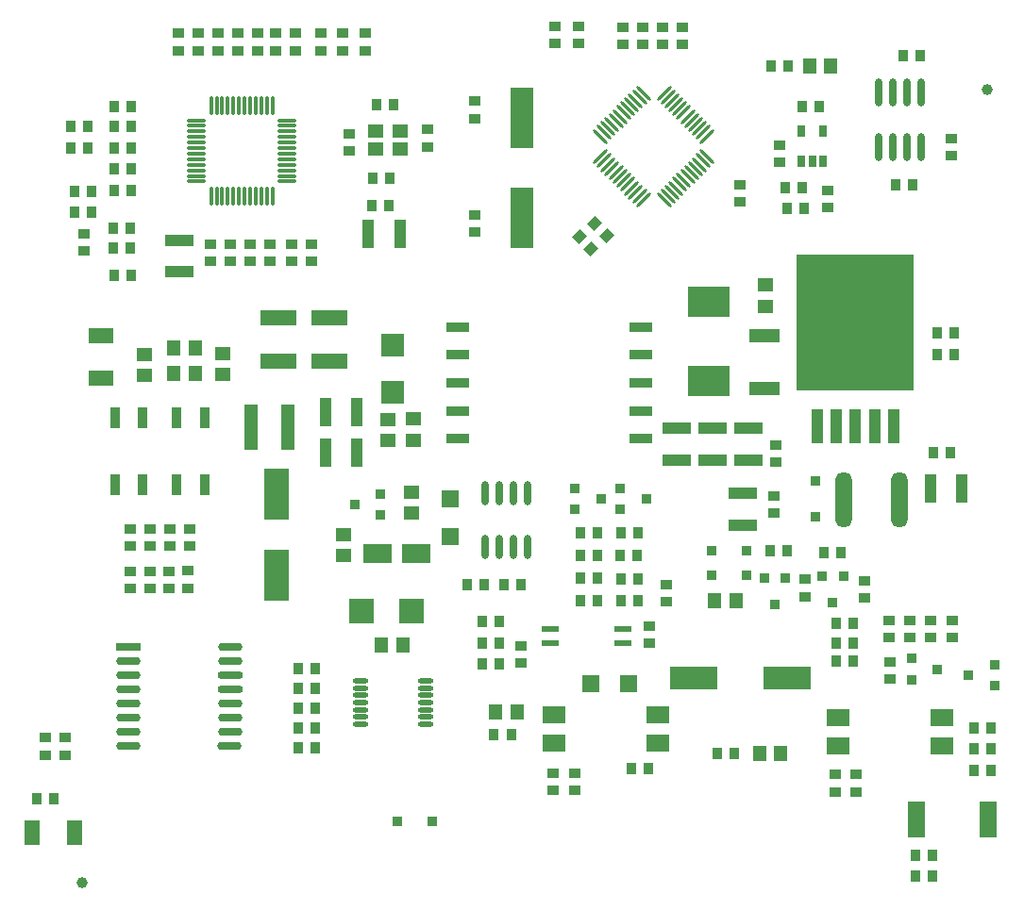
<source format=gtp>
%FSLAX25Y25*%
%MOIN*%
G70*
G01*
G75*
G04 Layer_Color=8421504*
%ADD10R,0.03858X0.03661*%
%ADD11R,0.03661X0.03858*%
%ADD12R,0.16732X0.08465*%
%ADD13C,0.03937*%
G04:AMPARAMS|DCode=14|XSize=36.61mil|YSize=38.58mil|CornerRadius=0mil|HoleSize=0mil|Usage=FLASHONLY|Rotation=135.000|XOffset=0mil|YOffset=0mil|HoleType=Round|Shape=Rectangle|*
%AMROTATEDRECTD14*
4,1,4,0.02659,0.00070,-0.00070,-0.02659,-0.02659,-0.00070,0.00070,0.02659,0.02659,0.00070,0.0*
%
%ADD14ROTATEDRECTD14*%

%ADD15R,0.05512X0.09055*%
%ADD16R,0.10236X0.04331*%
%ADD17R,0.04331X0.10236*%
%ADD18R,0.12992X0.05512*%
%ADD19R,0.09055X0.05512*%
%ADD20R,0.09055X0.17913*%
%ADD21R,0.10433X0.07087*%
%ADD22R,0.03543X0.03740*%
%ADD23R,0.03543X0.07480*%
%ADD24R,0.07874X0.07874*%
%ADD25R,0.03740X0.03543*%
%ADD26R,0.15000X0.11000*%
%ADD27R,0.09055X0.09055*%
%ADD28R,0.03740X0.03543*%
%ADD29O,0.05906X0.19685*%
%ADD30R,0.05118X0.16142*%
%ADD31O,0.02362X0.08661*%
%ADD32R,0.07874X0.05906*%
%ADD33R,0.03543X0.03740*%
%ADD34R,0.10512X0.04724*%
%ADD35R,0.06299X0.05984*%
%ADD36R,0.06496X0.12598*%
%ADD37O,0.08661X0.02992*%
%ADD38O,0.09055X0.02992*%
%ADD39R,0.08661X0.02992*%
%ADD40O,0.02756X0.09843*%
G04:AMPARAMS|DCode=41|XSize=11.81mil|YSize=70.87mil|CornerRadius=0mil|HoleSize=0mil|Usage=FLASHONLY|Rotation=45.000|XOffset=0mil|YOffset=0mil|HoleType=Round|Shape=Round|*
%AMOVALD41*
21,1,0.05906,0.01181,0.00000,0.00000,135.0*
1,1,0.01181,0.02088,-0.02088*
1,1,0.01181,-0.02088,0.02088*
%
%ADD41OVALD41*%

G04:AMPARAMS|DCode=42|XSize=11.81mil|YSize=70.87mil|CornerRadius=0mil|HoleSize=0mil|Usage=FLASHONLY|Rotation=135.000|XOffset=0mil|YOffset=0mil|HoleType=Round|Shape=Round|*
%AMOVALD42*
21,1,0.05906,0.01181,0.00000,0.00000,225.0*
1,1,0.01181,0.02088,0.02088*
1,1,0.01181,-0.02088,-0.02088*
%
%ADD42OVALD42*%

%ADD43R,0.02559X0.04331*%
%ADD44O,0.01102X0.07087*%
%ADD45O,0.07087X0.01102*%
%ADD46R,0.04200X0.12000*%
%ADD47R,0.41400X0.47937*%
%ADD48O,0.05512X0.01772*%
%ADD49R,0.05906X0.02362*%
%ADD50R,0.07874X0.21654*%
%ADD51R,0.05512X0.04528*%
%ADD52R,0.05984X0.06299*%
%ADD53R,0.05787X0.04567*%
%ADD54R,0.04567X0.05787*%
%ADD55R,0.07874X0.03543*%
%ADD56C,0.01000*%
%ADD57C,0.01500*%
%ADD58C,0.02000*%
%ADD59C,0.04000*%
%ADD60C,0.00600*%
%ADD61C,0.01200*%
%ADD62C,0.03000*%
%ADD63C,0.00800*%
%ADD64R,0.01000X0.00800*%
G04:AMPARAMS|DCode=65|XSize=13.36mil|YSize=26.49mil|CornerRadius=0mil|HoleSize=0mil|Usage=FLASHONLY|Rotation=135.000|XOffset=0mil|YOffset=0mil|HoleType=Round|Shape=Rectangle|*
%AMROTATEDRECTD65*
4,1,4,0.01409,0.00464,-0.00464,-0.01409,-0.01409,-0.00464,0.00464,0.01409,0.01409,0.00464,0.0*
%
%ADD65ROTATEDRECTD65*%

%ADD66R,0.03686X0.04230*%
%ADD67R,0.03177X0.02803*%
%ADD68R,0.01500X0.01100*%
%ADD69R,0.06600X0.06300*%
%ADD70R,0.20400X0.05400*%
%ADD71R,0.00700X0.00900*%
%ADD72R,0.00700X0.01200*%
%ADD73R,0.01300X0.01390*%
%ADD74R,0.00480X0.00900*%
%ADD75R,0.00972X0.01439*%
%ADD76C,0.06200*%
%ADD77C,0.12795*%
%ADD78C,0.05118*%
%ADD79C,0.09449*%
%ADD80R,0.09843X0.09843*%
%ADD81C,0.05906*%
%ADD82R,0.05906X0.05906*%
%ADD83C,0.13780*%
%ADD84C,0.02362*%
%ADD85C,0.02400*%
%ADD86R,0.27559X0.27559*%
%ADD87R,0.12400X0.11000*%
%ADD88R,0.08800X0.09800*%
%ADD89R,0.09700X0.04100*%
%ADD90R,0.37400X0.20000*%
%ADD91R,0.22151X0.21657*%
%ADD92C,0.00591*%
%ADD93C,0.00787*%
%ADD94C,0.00394*%
%ADD95C,0.00984*%
%ADD96C,0.01575*%
%ADD97C,0.02756*%
%ADD98C,0.01181*%
%ADD99C,0.02362*%
%ADD100C,0.00500*%
%ADD101C,0.00197*%
%ADD102C,0.00598*%
%ADD103R,0.01378X0.09055*%
D10*
X1121831Y521263D02*
D03*
Y527326D02*
D03*
X1099831Y512726D02*
D03*
Y506663D02*
D03*
X1121231Y691563D02*
D03*
Y697626D02*
D03*
X989731Y737326D02*
D03*
Y731263D02*
D03*
X1046831Y675363D02*
D03*
Y681426D02*
D03*
X981231Y737326D02*
D03*
Y731263D02*
D03*
X953131Y704763D02*
D03*
Y710826D02*
D03*
X953160Y670625D02*
D03*
Y664562D02*
D03*
X859731Y660326D02*
D03*
Y654263D02*
D03*
X866731Y660326D02*
D03*
Y654263D02*
D03*
X880731Y660326D02*
D03*
Y654263D02*
D03*
X831331Y544726D02*
D03*
Y538663D02*
D03*
X838331Y544726D02*
D03*
Y538663D02*
D03*
X851831Y544826D02*
D03*
Y538763D02*
D03*
X845131Y544726D02*
D03*
Y538663D02*
D03*
X1058731Y565263D02*
D03*
Y571326D02*
D03*
X936431Y700826D02*
D03*
Y694763D02*
D03*
X815131Y664126D02*
D03*
Y658063D02*
D03*
X888231Y660326D02*
D03*
Y654263D02*
D03*
X873731Y660326D02*
D03*
Y654263D02*
D03*
X1059331Y583263D02*
D03*
Y589326D02*
D03*
X1087731Y472826D02*
D03*
Y466763D02*
D03*
X980731Y473326D02*
D03*
Y467263D02*
D03*
X1080231Y472826D02*
D03*
Y466763D02*
D03*
X988231Y473326D02*
D03*
Y467263D02*
D03*
X1114131Y527426D02*
D03*
Y521363D02*
D03*
X1106731Y527326D02*
D03*
Y521263D02*
D03*
X1099231Y521263D02*
D03*
Y527326D02*
D03*
X1012221Y737101D02*
D03*
Y731038D02*
D03*
X1005221Y737101D02*
D03*
Y731038D02*
D03*
X1019321Y737001D02*
D03*
Y730938D02*
D03*
X1026321Y737001D02*
D03*
Y730938D02*
D03*
X1060732Y689370D02*
D03*
Y695433D02*
D03*
X1077732Y673338D02*
D03*
Y679401D02*
D03*
X801231Y479763D02*
D03*
Y485826D02*
D03*
X808231Y479763D02*
D03*
Y485826D02*
D03*
X831331Y553663D02*
D03*
Y559726D02*
D03*
X838331Y553663D02*
D03*
Y559726D02*
D03*
X852331Y553663D02*
D03*
Y559726D02*
D03*
X845331Y553663D02*
D03*
Y559726D02*
D03*
X862231Y728763D02*
D03*
Y734826D02*
D03*
X1020631Y540026D02*
D03*
Y533963D02*
D03*
X1014731Y525326D02*
D03*
Y519263D02*
D03*
X969200Y518326D02*
D03*
Y512263D02*
D03*
X855231Y728763D02*
D03*
Y734826D02*
D03*
X848231Y728763D02*
D03*
Y734826D02*
D03*
X898731Y728763D02*
D03*
Y734826D02*
D03*
X889731Y728763D02*
D03*
Y734826D02*
D03*
X882731Y728763D02*
D03*
Y734826D02*
D03*
X876231Y728763D02*
D03*
Y734826D02*
D03*
X869231Y728763D02*
D03*
Y734826D02*
D03*
X906231Y728763D02*
D03*
Y734826D02*
D03*
X914231Y728763D02*
D03*
Y734826D02*
D03*
X908831Y693363D02*
D03*
Y699426D02*
D03*
X895231Y654263D02*
D03*
Y660326D02*
D03*
X1069731Y535763D02*
D03*
Y541826D02*
D03*
X1090731Y535263D02*
D03*
Y541326D02*
D03*
D11*
X965863Y486795D02*
D03*
X959800D02*
D03*
X1086763Y526295D02*
D03*
X1080700D02*
D03*
X1068763Y680370D02*
D03*
X1062700D02*
D03*
X1074763Y708870D02*
D03*
X1068700D02*
D03*
X831763Y649295D02*
D03*
X825700D02*
D03*
X831263Y665795D02*
D03*
X825200D02*
D03*
X831763Y694295D02*
D03*
X825700D02*
D03*
X1114900Y586524D02*
D03*
X1120963D02*
D03*
X804263Y464295D02*
D03*
X798200D02*
D03*
X961731Y526795D02*
D03*
X955668D02*
D03*
X961731Y519295D02*
D03*
X955668D02*
D03*
X1010763Y541795D02*
D03*
X1004700D02*
D03*
X1010763Y534295D02*
D03*
X1004700D02*
D03*
X810200Y694295D02*
D03*
X816263D02*
D03*
X1010263Y550295D02*
D03*
X1004200D02*
D03*
X831731Y679295D02*
D03*
X825668D02*
D03*
X831731Y686795D02*
D03*
X825668D02*
D03*
X916700Y673795D02*
D03*
X922763D02*
D03*
X917100Y683695D02*
D03*
X923163D02*
D03*
X1116200Y621405D02*
D03*
X1122263D02*
D03*
X1116200Y628905D02*
D03*
X1122263D02*
D03*
X1129200Y474295D02*
D03*
X1135263D02*
D03*
X1038700Y480295D02*
D03*
X1044763D02*
D03*
X1108700Y436795D02*
D03*
X1114763D02*
D03*
X1135263Y481795D02*
D03*
X1129200D02*
D03*
X1129200Y489295D02*
D03*
X1135263D02*
D03*
X1108700Y444295D02*
D03*
X1114763D02*
D03*
X1063263Y551795D02*
D03*
X1057200D02*
D03*
X1101700Y681295D02*
D03*
X1107763D02*
D03*
X1063200Y672870D02*
D03*
X1069263D02*
D03*
X896688Y510184D02*
D03*
X890625D02*
D03*
X896688Y482184D02*
D03*
X890625D02*
D03*
X890625Y489184D02*
D03*
X896688D02*
D03*
X969263Y539795D02*
D03*
X963200D02*
D03*
X890625Y496184D02*
D03*
X896688D02*
D03*
X956263Y539795D02*
D03*
X950200D02*
D03*
X890625Y503184D02*
D03*
X896688D02*
D03*
X990200Y550295D02*
D03*
X996263D02*
D03*
X990200Y542295D02*
D03*
X996263D02*
D03*
X990200Y558295D02*
D03*
X996263D02*
D03*
X955668Y511795D02*
D03*
X961731D02*
D03*
X990200Y534295D02*
D03*
X996263D02*
D03*
X1010763Y558295D02*
D03*
X1004700D02*
D03*
X1063763Y723295D02*
D03*
X1057700D02*
D03*
X831763Y708795D02*
D03*
X825700D02*
D03*
X831763Y701795D02*
D03*
X825700D02*
D03*
X810200D02*
D03*
X816263D02*
D03*
X924263Y709695D02*
D03*
X918200D02*
D03*
X811600Y678895D02*
D03*
X817663D02*
D03*
X811600Y671595D02*
D03*
X817663D02*
D03*
X825200Y658795D02*
D03*
X831263D02*
D03*
X1104200Y726795D02*
D03*
X1110263D02*
D03*
X1082263Y551295D02*
D03*
X1076200D02*
D03*
X1086763Y512795D02*
D03*
X1080700D02*
D03*
X1080700Y519295D02*
D03*
X1086763D02*
D03*
X1008300Y475095D02*
D03*
X1014363D02*
D03*
D12*
X1030494Y506995D02*
D03*
X1063368D02*
D03*
D13*
X1134031Y714995D02*
D03*
X814331Y434595D02*
D03*
D14*
X999675Y663251D02*
D03*
X995388Y667538D02*
D03*
X994174Y658551D02*
D03*
X989887Y662838D02*
D03*
D15*
X796731Y452295D02*
D03*
X811692D02*
D03*
D16*
X1049531Y595200D02*
D03*
Y583980D02*
D03*
X1036931Y583989D02*
D03*
Y595210D02*
D03*
X1024231D02*
D03*
Y583989D02*
D03*
X1047731Y572200D02*
D03*
Y560980D02*
D03*
X848731Y650480D02*
D03*
Y661700D02*
D03*
D17*
X1113916Y573795D02*
D03*
X1125137D02*
D03*
X900226Y600795D02*
D03*
X911446D02*
D03*
Y586495D02*
D03*
X900226D02*
D03*
X915326Y663795D02*
D03*
X926546D02*
D03*
D18*
X883631Y618995D02*
D03*
Y634349D02*
D03*
X901531Y634149D02*
D03*
Y618795D02*
D03*
D19*
X820931Y612934D02*
D03*
Y627895D02*
D03*
D20*
X883131Y543325D02*
D03*
Y572065D02*
D03*
D21*
X932421Y550895D02*
D03*
X918641D02*
D03*
D22*
X1073231Y576495D02*
D03*
Y564094D02*
D03*
D23*
X835831Y575273D02*
D03*
X825989D02*
D03*
Y598895D02*
D03*
X835831D02*
D03*
X857531Y598795D02*
D03*
X847689D02*
D03*
Y575173D02*
D03*
X857531D02*
D03*
D24*
X923908Y624636D02*
D03*
Y608101D02*
D03*
D25*
X919831Y571975D02*
D03*
Y564495D02*
D03*
X910579Y568235D02*
D03*
X988331Y566614D02*
D03*
Y574095D02*
D03*
X997583Y570354D02*
D03*
X1136731Y511775D02*
D03*
Y504295D02*
D03*
X1127479Y508035D02*
D03*
X1107231Y506314D02*
D03*
Y513795D02*
D03*
X1116483Y510054D02*
D03*
X1004331Y566514D02*
D03*
Y573995D02*
D03*
X1013583Y570254D02*
D03*
D26*
X1035727Y639911D02*
D03*
Y611812D02*
D03*
D27*
X912873Y530495D02*
D03*
X930589D02*
D03*
D28*
X1048932Y551795D02*
D03*
X1036530D02*
D03*
X1048932Y543295D02*
D03*
X1036530D02*
D03*
X925530Y456295D02*
D03*
X937932D02*
D03*
D29*
X1083231Y569795D02*
D03*
X1102916D02*
D03*
D30*
X874041Y595595D02*
D03*
X887033D02*
D03*
D31*
X971731Y572243D02*
D03*
X966731D02*
D03*
X961731D02*
D03*
X956731D02*
D03*
X971731Y553346D02*
D03*
X966731D02*
D03*
X961731D02*
D03*
X956731D02*
D03*
D32*
X1017538Y483795D02*
D03*
Y493795D02*
D03*
X980924D02*
D03*
Y483795D02*
D03*
X1118038Y482795D02*
D03*
Y492795D02*
D03*
X1081424D02*
D03*
Y482795D02*
D03*
D33*
X1055251Y542295D02*
D03*
X1062731D02*
D03*
X1058991Y533043D02*
D03*
X1075751Y542795D02*
D03*
X1083231D02*
D03*
X1079491Y533543D02*
D03*
D34*
X1055231Y627795D02*
D03*
Y609369D02*
D03*
D35*
X944231Y570259D02*
D03*
Y556795D02*
D03*
D36*
X1108975Y456795D02*
D03*
X1134487D02*
D03*
D37*
X866458Y483095D02*
D03*
X866576Y488095D02*
D03*
Y493095D02*
D03*
Y498095D02*
D03*
Y513095D02*
D03*
Y518095D02*
D03*
X830631Y483095D02*
D03*
Y488095D02*
D03*
Y493095D02*
D03*
Y498095D02*
D03*
Y503095D02*
D03*
Y508095D02*
D03*
Y513095D02*
D03*
D38*
X866576Y503095D02*
D03*
Y508095D02*
D03*
D39*
X830631Y518095D02*
D03*
D40*
X1095731Y713940D02*
D03*
X1110731D02*
D03*
X1100731D02*
D03*
X1105731D02*
D03*
Y694649D02*
D03*
X1100731D02*
D03*
X1095731D02*
D03*
X1110731D02*
D03*
D41*
X1012640Y713764D02*
D03*
X997329Y698453D02*
D03*
X998720Y699845D02*
D03*
X1000113Y701236D02*
D03*
X1001504Y702628D02*
D03*
X1002896Y704020D02*
D03*
X1004288Y705412D02*
D03*
X1005680Y706804D02*
D03*
X1007072Y708196D02*
D03*
X1008464Y709588D02*
D03*
X1009856Y710980D02*
D03*
X1011248Y712372D02*
D03*
X1019878Y675903D02*
D03*
X1021270Y677295D02*
D03*
X1022662Y678687D02*
D03*
X1024054Y680079D02*
D03*
X1025446Y681471D02*
D03*
X1026838Y682863D02*
D03*
X1028230Y684255D02*
D03*
X1029622Y685647D02*
D03*
X1031014Y687039D02*
D03*
X1032405Y688431D02*
D03*
X1033797Y689823D02*
D03*
X1035189Y691215D02*
D03*
D42*
X997329D02*
D03*
X998720Y689823D02*
D03*
X1000113Y688431D02*
D03*
X1001504Y687039D02*
D03*
X1002896Y685647D02*
D03*
X1004288Y684255D02*
D03*
X1005680Y682863D02*
D03*
X1007072Y681471D02*
D03*
X1008464Y680079D02*
D03*
X1009856Y678687D02*
D03*
X1011248Y677295D02*
D03*
X1012640Y675903D02*
D03*
X1035189Y698453D02*
D03*
X1033797Y699845D02*
D03*
X1032405Y701236D02*
D03*
X1031014Y702628D02*
D03*
X1029622Y704020D02*
D03*
X1028230Y705412D02*
D03*
X1026838Y706804D02*
D03*
X1025446Y708196D02*
D03*
X1024054Y709588D02*
D03*
X1022662Y710980D02*
D03*
X1021270Y712372D02*
D03*
X1019878Y713764D02*
D03*
D43*
X1068491Y689555D02*
D03*
Y700185D02*
D03*
X1075972D02*
D03*
Y689555D02*
D03*
X1072231Y689555D02*
D03*
D44*
X859904Y709239D02*
D03*
X861873D02*
D03*
X863841D02*
D03*
X865810D02*
D03*
X867778D02*
D03*
X869747D02*
D03*
X871715D02*
D03*
X873684D02*
D03*
X875652D02*
D03*
X877621D02*
D03*
X879589D02*
D03*
X881558D02*
D03*
Y677350D02*
D03*
X879589D02*
D03*
X877621D02*
D03*
X875652D02*
D03*
X873684D02*
D03*
X871715D02*
D03*
X869747D02*
D03*
X867778D02*
D03*
X865810D02*
D03*
X863841D02*
D03*
X861873D02*
D03*
X859904D02*
D03*
D45*
X886676Y704121D02*
D03*
Y702153D02*
D03*
Y700184D02*
D03*
Y698216D02*
D03*
Y696247D02*
D03*
Y694279D02*
D03*
Y692310D02*
D03*
Y690342D02*
D03*
Y688373D02*
D03*
Y686405D02*
D03*
Y684436D02*
D03*
Y682468D02*
D03*
X854786D02*
D03*
Y684436D02*
D03*
Y686405D02*
D03*
Y688373D02*
D03*
Y690342D02*
D03*
Y692310D02*
D03*
Y694279D02*
D03*
Y696247D02*
D03*
Y698216D02*
D03*
Y700184D02*
D03*
Y702153D02*
D03*
Y704121D02*
D03*
D46*
X1080830Y595952D02*
D03*
X1074137D02*
D03*
X1100908D02*
D03*
X1087523D02*
D03*
X1094215D02*
D03*
D47*
X1087523Y632519D02*
D03*
D48*
X935845Y490617D02*
D03*
Y493177D02*
D03*
Y495736D02*
D03*
Y498295D02*
D03*
Y500854D02*
D03*
Y503413D02*
D03*
Y505972D02*
D03*
X912617Y490617D02*
D03*
Y493177D02*
D03*
Y495736D02*
D03*
Y498295D02*
D03*
Y500854D02*
D03*
Y503413D02*
D03*
Y505972D02*
D03*
D49*
X1005231Y519295D02*
D03*
Y524295D02*
D03*
X979641Y519295D02*
D03*
Y524295D02*
D03*
D50*
X969531Y669578D02*
D03*
Y705011D02*
D03*
D51*
X926562Y693945D02*
D03*
X917900Y700244D02*
D03*
Y693945D02*
D03*
X926562Y700244D02*
D03*
D52*
X1007331Y504995D02*
D03*
X993867D02*
D03*
D53*
X930631Y572695D02*
D03*
Y565214D02*
D03*
X922431Y590914D02*
D03*
Y598395D02*
D03*
X1055731Y645795D02*
D03*
Y638314D02*
D03*
X906531Y550214D02*
D03*
Y557695D02*
D03*
X931331Y598495D02*
D03*
Y591014D02*
D03*
X864131Y614214D02*
D03*
Y621695D02*
D03*
X836231Y621395D02*
D03*
Y613914D02*
D03*
D54*
X1045231Y534295D02*
D03*
X1037751D02*
D03*
X854212Y623595D02*
D03*
X846731D02*
D03*
X846831Y614595D02*
D03*
X854311D02*
D03*
X920151Y518495D02*
D03*
X927631D02*
D03*
X1078712Y723295D02*
D03*
X1071231D02*
D03*
X960431Y494795D02*
D03*
X967912D02*
D03*
X1061112Y480395D02*
D03*
X1053631D02*
D03*
D55*
X947069Y630980D02*
D03*
Y621137D02*
D03*
Y611295D02*
D03*
Y601452D02*
D03*
Y591610D02*
D03*
X1011793Y630980D02*
D03*
Y621137D02*
D03*
Y611295D02*
D03*
Y601452D02*
D03*
Y591610D02*
D03*
M02*

</source>
